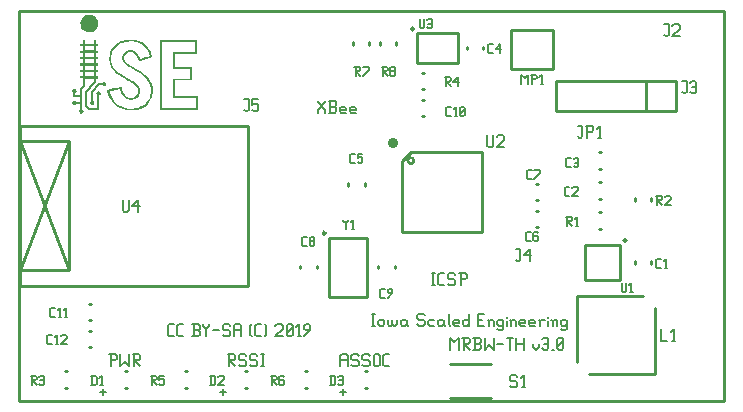
<source format=gbr>
G04 start of page 9 for group -4079 idx -4079 *
G04 Title: (unknown), topsilk *
G04 Creator: pcb 20140316 *
G04 CreationDate: Sun 30 Dec 2018 07:46:55 PM GMT UTC *
G04 For: railfan *
G04 Format: Gerber/RS-274X *
G04 PCB-Dimensions (mil): 2360.00 1310.00 *
G04 PCB-Coordinate-Origin: lower left *
%MOIN*%
%FSLAX25Y25*%
%LNTOPSILK*%
%ADD88C,0.0060*%
%ADD87C,0.0100*%
%ADD86C,0.0350*%
%ADD85C,0.0001*%
G54D85*G36*
X21043Y96209D02*X20647Y96480D01*
X20511Y96925D01*
X20565Y97240D01*
X20761Y97490D01*
X20891Y97604D01*
Y99486D01*
X20218D01*
X19741Y99481D01*
X19545Y99464D01*
X19453Y99340D01*
X19100Y99117D01*
X18672D01*
X18373Y99307D01*
X18189Y99600D01*
X18162Y99931D01*
X18270Y100224D01*
X18487Y100446D01*
X18802Y100566D01*
X19182Y100512D01*
X19491Y100273D01*
X19556Y100175D01*
X20224D01*
X20891Y100170D01*
Y101667D01*
X18558D01*
Y102400D01*
X18553Y103127D01*
X18455Y103197D01*
X18287Y103376D01*
X18178Y103593D01*
X18189Y104027D01*
X18373Y104315D01*
X18661Y104494D01*
X18997Y104526D01*
X19290Y104423D01*
X19513Y104201D01*
X19632Y103881D01*
X19578Y103506D01*
X19339Y103197D01*
X19242Y103127D01*
Y102351D01*
X20891D01*
Y104656D01*
X21357Y105248D01*
X21829Y105839D01*
Y107906D01*
X20918D01*
Y108693D01*
X25302D01*
Y110066D01*
X22486D01*
Y108693D01*
X21829D01*
Y110066D01*
X20918D01*
Y110825D01*
X21819D01*
Y112192D01*
X22502Y112219D01*
X22497Y111557D01*
X22491Y111086D01*
X22502Y110868D01*
X22567Y110858D01*
X22790Y110847D01*
X23224Y110841D01*
X23907Y110836D01*
X25302D01*
Y112219D01*
X22502D01*
X21819Y112192D01*
X20918D01*
Y112952D01*
X21829D01*
X22486Y112979D01*
X25302D01*
Y114352D01*
X22486D01*
Y112979D01*
X21829Y112952D01*
Y114324D01*
X20918D01*
Y115084D01*
X21819D01*
X21829Y116462D01*
X22486Y116505D01*
Y115827D01*
X22491Y115344D01*
X22508Y115127D01*
X22920Y115117D01*
X23907Y115111D01*
X25291D01*
X25296Y115800D01*
Y115816D01*
X25307Y116505D01*
X22486D01*
X21829Y116462D01*
X20918D01*
Y117222D01*
X21819D01*
Y118594D01*
X22502Y118648D01*
X22497Y117992D01*
X22491Y117515D01*
X22502Y117297D01*
X22567Y117287D01*
X22790Y117276D01*
X23224Y117270D01*
X23907Y117265D01*
X25307D01*
X25296Y117959D01*
X25291Y118648D01*
X22502D01*
X21819Y118594D01*
X20918D01*
Y119354D01*
X21829D01*
Y120596D01*
X22486D01*
Y119354D01*
X25302D01*
Y120596D01*
X25991D01*
Y119354D01*
X26902D01*
Y118594D01*
X25991D01*
Y117194D01*
X26902D01*
Y116435D01*
X25991D01*
Y115041D01*
X26902D01*
Y114281D01*
X25991D01*
Y112908D01*
X26902D01*
Y112149D01*
X25991D01*
Y110755D01*
X26902D01*
Y109995D01*
X25991D01*
Y108622D01*
X26902D01*
Y107836D01*
X25991D01*
X25985Y107250D01*
Y106658D01*
X24569Y104868D01*
X23148Y103083D01*
Y99074D01*
X24124Y98097D01*
X26544D01*
Y100219D01*
X26539Y101043D01*
Y101716D01*
X26533Y102172D01*
X26528Y102334D01*
X26403Y102427D01*
X26159Y102893D01*
X26294Y103409D01*
X26870Y103718D01*
X27472Y103447D01*
X27629Y102882D01*
X27331Y102372D01*
X27233Y102302D01*
Y97414D01*
X23842D01*
X22486Y98770D01*
Y103344D01*
X23896Y105123D01*
X25302Y106903D01*
Y107841D01*
X22486D01*
Y105503D01*
X21574Y104353D01*
Y97522D01*
X21640Y97490D01*
X21819Y97321D01*
X21949Y97088D01*
X21916Y96573D01*
X21569Y96193D01*
X21303Y96133D01*
X21043Y96144D01*
Y96209D01*
G37*
G36*
X36885Y97229D02*X35067Y97571D01*
X33483Y98293D01*
X32376Y99171D01*
X31432Y100278D01*
X30570Y101841D01*
X29924Y103696D01*
X29826Y104065D01*
X32246Y104581D01*
X33179Y104781D01*
X33955Y104944D01*
X34481Y105047D01*
X34682Y105080D01*
X34736Y104868D01*
X34785Y104618D01*
X34867Y104282D01*
X35230Y103257D01*
X35745Y102432D01*
X36391Y101824D01*
X37162Y101461D01*
X37400Y101418D01*
X37796Y101401D01*
X38187Y101418D01*
X38442Y101461D01*
X39462Y102047D01*
X40021Y103083D01*
X40075Y103712D01*
X40021Y104309D01*
X40623Y104483D01*
X40661Y103067D01*
X40303Y102117D01*
X39673Y101385D01*
X38816Y100924D01*
X37780Y100756D01*
X36451Y101059D01*
X35382Y101884D01*
X34590Y103127D01*
X34389Y103653D01*
X34243Y104157D01*
X34194Y104326D01*
X34145Y104342D01*
X33993Y104315D01*
X33635Y104239D01*
X33109Y104125D01*
X32479Y103989D01*
X31329Y103745D01*
X30792Y103626D01*
X30629Y103577D01*
Y103544D01*
X30678Y103360D01*
X30803Y102991D01*
X30949Y102584D01*
X31074Y102258D01*
X32072Y100479D01*
X33358Y99150D01*
X34932Y98282D01*
X36803Y97864D01*
X37199Y97853D01*
X37747D01*
X38295Y97869D01*
X38718Y97902D01*
X40048Y98157D01*
X41209Y98591D01*
X42109Y99123D01*
X42863Y99779D01*
X43466Y100560D01*
X43932Y101466D01*
X44160Y102161D01*
X44317Y102947D01*
X44366Y103902D01*
X44317Y104836D01*
X44090Y105823D01*
X43732Y106713D01*
X43211Y107532D01*
X42527Y108313D01*
X41827Y108959D01*
X41019Y109556D01*
X39945Y110217D01*
X38453Y111047D01*
X37308Y111682D01*
X36516Y112160D01*
X35963Y112561D01*
X35534Y112963D01*
X34986Y113749D01*
X34818Y114617D01*
X34964Y115659D01*
X35398Y116473D01*
X36103Y117037D01*
X37058Y117319D01*
X37639Y117336D01*
X38214Y117270D01*
X38984Y116977D01*
X39652Y116451D01*
X40227Y115686D01*
X40721Y114666D01*
X40807Y114466D01*
X40867Y114422D01*
X41030Y114471D01*
X41409Y114574D01*
X41919Y114726D01*
X42505Y114894D01*
X43081Y115062D01*
X43580Y115214D01*
X43938Y115317D01*
X44079Y115361D01*
X44052Y115485D01*
X43965Y115762D01*
X43840Y116104D01*
X43721Y116419D01*
X43043Y117634D01*
X42153Y118638D01*
X41079Y119413D01*
X39825Y119940D01*
X38068Y120243D01*
X36147Y120157D01*
X34400Y119696D01*
X33000Y118860D01*
X32300Y118133D01*
X31758Y117249D01*
X31389Y116223D01*
X31188Y115073D01*
X31161Y114297D01*
X31199Y113587D01*
X31438Y112605D01*
X31877Y111699D01*
X32517Y110858D01*
X33380Y110066D01*
X33922Y109659D01*
X34552Y109246D01*
X35355Y108769D01*
X36440Y108161D01*
X37167Y107760D01*
X37709Y107451D01*
X38133Y107196D01*
X38507Y106957D01*
X39939Y105747D01*
X40623Y104483D01*
X40021Y104309D01*
X39424Y105378D01*
X38165Y106425D01*
X37802Y106658D01*
X37395Y106903D01*
X36879Y107196D01*
X36185Y107575D01*
X34807Y108351D01*
X33792Y108980D01*
X33017Y109545D01*
X32360Y110125D01*
X31611Y110966D01*
X31074Y111850D01*
X30656Y113033D01*
X30526Y114346D01*
X30618Y115632D01*
X30911Y116831D01*
X31671Y118355D01*
X32832Y119538D01*
X34362Y120363D01*
X36234Y120802D01*
X37693Y120884D01*
X39077Y120759D01*
X40352Y120433D01*
X41491Y119907D01*
X42630Y119061D01*
X43569Y117976D01*
X44296Y116674D01*
X44789Y115171D01*
X44849Y114916D01*
X42647Y114276D01*
X41784Y114032D01*
X41079Y113831D01*
X40601Y113701D01*
X40422Y113657D01*
X40346Y113858D01*
X40118Y114460D01*
X39858Y115035D01*
X39098Y116104D01*
X38149Y116636D01*
X37514Y116701D01*
X36863Y116652D01*
X36006Y116180D01*
X35669Y115719D01*
X35485Y115122D01*
X35447Y114639D01*
X35485Y114227D01*
X35832Y113576D01*
X36559Y112908D01*
X36912Y112664D01*
X37351Y112388D01*
X37926Y112062D01*
X38697Y111639D01*
X39565Y111167D01*
X40248Y110782D01*
X40807Y110451D01*
X41285Y110142D01*
X42511Y109214D01*
X43477Y108226D01*
X44204Y107174D01*
X44692Y106034D01*
X44968Y104662D01*
X44974Y103230D01*
X44719Y101830D01*
X44209Y100566D01*
X43412Y99448D01*
X42370Y98537D01*
X41100Y97859D01*
X39635Y97414D01*
X38257Y97240D01*
X36885Y97235D01*
Y97229D01*
G37*
G36*
X47470Y109035D02*X48110Y109040D01*
X48104Y98141D01*
X59530D01*
Y101298D01*
X51756D01*
Y107819D01*
X57441D01*
Y110988D01*
X51756D01*
Y116771D01*
X59216D01*
Y119940D01*
X48121D01*
X48110Y109040D01*
X47470Y109035D01*
Y120564D01*
X59850D01*
Y116153D01*
X52390D01*
Y111633D01*
X58071D01*
Y107223D01*
X52407D01*
X52396Y104591D01*
X52390Y101960D01*
X60154D01*
Y97522D01*
X47470D01*
Y109035D01*
G37*
G36*
X24607Y99123D02*X24325Y99312D01*
X24146Y99600D01*
X24141Y100034D01*
X24368Y100387D01*
X24499Y100479D01*
X24510Y100940D01*
X24515Y102052D01*
Y103626D01*
X25611Y105004D01*
X26701Y106387D01*
X28031D01*
X28117Y106507D01*
X28345Y106702D01*
X28497Y106767D01*
X28703Y106778D01*
X28904Y106772D01*
X29056Y106702D01*
X29278Y106512D01*
X29414Y106268D01*
X29430Y105986D01*
X29365Y105714D01*
X29089Y105427D01*
X28703Y105313D01*
X28145Y105562D01*
X28020Y105698D01*
X27032D01*
X26115Y104543D01*
X25204Y103387D01*
Y100490D01*
X25307Y100419D01*
X25567Y100023D01*
X25535Y99524D01*
X25150Y99150D01*
X24607Y99117D01*
Y99123D01*
G37*
G36*
X23441Y123282D02*X22556Y123569D01*
X21791Y124128D01*
X21243Y124860D01*
X20956Y125723D01*
X20918Y126363D01*
X20999Y126982D01*
X21309Y127747D01*
X21829Y128398D01*
X22676Y128973D01*
X23647Y129216D01*
X24656Y129129D01*
X25600Y128702D01*
X26153Y128197D01*
X26577Y127579D01*
X26810Y126895D01*
X26880Y126168D01*
X26772Y125441D01*
X26506Y124768D01*
X26099Y124220D01*
X25584Y123775D01*
X24982Y123455D01*
X24331Y123282D01*
X23880Y123260D01*
X23441Y123282D01*
G37*
G54D86*X125000Y86500D03*
G54D87*X500Y130500D02*X235500D01*
Y500D01*
X500D01*
Y130500D01*
G54D88*X107500Y15500D02*Y12000D01*
Y15500D02*X108000Y16000D01*
X109500D01*
X110000Y15500D01*
Y12000D01*
X107500Y14000D02*X110000D01*
X113200Y16000D02*X113700Y15500D01*
X111700Y16000D02*X113200D01*
X111200Y15500D02*X111700Y16000D01*
X111200Y15500D02*Y14500D01*
X111700Y14000D01*
X113200D01*
X113700Y13500D01*
Y12500D01*
X113200Y12000D02*X113700Y12500D01*
X111700Y12000D02*X113200D01*
X111200Y12500D02*X111700Y12000D01*
X116900Y16000D02*X117400Y15500D01*
X115400Y16000D02*X116900D01*
X114900Y15500D02*X115400Y16000D01*
X114900Y15500D02*Y14500D01*
X115400Y14000D01*
X116900D01*
X117400Y13500D01*
Y12500D01*
X116900Y12000D02*X117400Y12500D01*
X115400Y12000D02*X116900D01*
X114900Y12500D02*X115400Y12000D01*
X118600Y15500D02*Y12500D01*
Y15500D02*X119100Y16000D01*
X120100D01*
X120600Y15500D01*
Y12500D01*
X120100Y12000D02*X120600Y12500D01*
X119100Y12000D02*X120100D01*
X118600Y12500D02*X119100Y12000D01*
X122300D02*X123800D01*
X121800Y12500D02*X122300Y12000D01*
X121800Y15500D02*Y12500D01*
Y15500D02*X122300Y16000D01*
X123800D01*
X118000Y29500D02*X119000D01*
X118500D02*Y25500D01*
X118000D02*X119000D01*
X120200Y27000D02*Y26000D01*
Y27000D02*X120700Y27500D01*
X121700D01*
X122200Y27000D01*
Y26000D01*
X121700Y25500D02*X122200Y26000D01*
X120700Y25500D02*X121700D01*
X120200Y26000D02*X120700Y25500D01*
X123400Y27500D02*Y26000D01*
X123900Y25500D01*
X124400D01*
X124900Y26000D01*
Y27500D02*Y26000D01*
X125400Y25500D01*
X125900D01*
X126400Y26000D01*
Y27500D02*Y26000D01*
X129100Y27500D02*X129600Y27000D01*
X128100Y27500D02*X129100D01*
X127600Y27000D02*X128100Y27500D01*
X127600Y27000D02*Y26000D01*
X128100Y25500D01*
X129600Y27500D02*Y26000D01*
X130100Y25500D01*
X128100D02*X129100D01*
X129600Y26000D01*
X135100Y29500D02*X135600Y29000D01*
X133600Y29500D02*X135100D01*
X133100Y29000D02*X133600Y29500D01*
X133100Y29000D02*Y28000D01*
X133600Y27500D01*
X135100D01*
X135600Y27000D01*
Y26000D01*
X135100Y25500D02*X135600Y26000D01*
X133600Y25500D02*X135100D01*
X133100Y26000D02*X133600Y25500D01*
X137300Y27500D02*X138800D01*
X136800Y27000D02*X137300Y27500D01*
X136800Y27000D02*Y26000D01*
X137300Y25500D01*
X138800D01*
X141500Y27500D02*X142000Y27000D01*
X140500Y27500D02*X141500D01*
X140000Y27000D02*X140500Y27500D01*
X140000Y27000D02*Y26000D01*
X140500Y25500D01*
X142000Y27500D02*Y26000D01*
X142500Y25500D01*
X140500D02*X141500D01*
X142000Y26000D01*
X143700Y29500D02*Y26000D01*
X144200Y25500D01*
X145700D02*X147200D01*
X145200Y26000D02*X145700Y25500D01*
X145200Y27000D02*Y26000D01*
Y27000D02*X145700Y27500D01*
X146700D01*
X147200Y27000D01*
X145200Y26500D02*X147200D01*
Y27000D02*Y26500D01*
X150400Y29500D02*Y25500D01*
X149900D02*X150400Y26000D01*
X148900Y25500D02*X149900D01*
X148400Y26000D02*X148900Y25500D01*
X148400Y27000D02*Y26000D01*
Y27000D02*X148900Y27500D01*
X149900D01*
X150400Y27000D01*
X153400Y27500D02*X154900D01*
X153400Y25500D02*X155400D01*
X153400Y29500D02*Y25500D01*
Y29500D02*X155400D01*
X157100Y27000D02*Y25500D01*
Y27000D02*X157600Y27500D01*
X158100D01*
X158600Y27000D01*
Y25500D01*
X156600Y27500D02*X157100Y27000D01*
X161300Y27500D02*X161800Y27000D01*
X160300Y27500D02*X161300D01*
X159800Y27000D02*X160300Y27500D01*
X159800Y27000D02*Y26000D01*
X160300Y25500D01*
X161300D01*
X161800Y26000D01*
X159800Y24500D02*X160300Y24000D01*
X161300D01*
X161800Y24500D01*
Y27500D02*Y24500D01*
X163000Y28500D02*Y28000D01*
Y27000D02*Y25500D01*
X164500Y27000D02*Y25500D01*
Y27000D02*X165000Y27500D01*
X165500D01*
X166000Y27000D01*
Y25500D01*
X164000Y27500D02*X164500Y27000D01*
X167700Y25500D02*X169200D01*
X167200Y26000D02*X167700Y25500D01*
X167200Y27000D02*Y26000D01*
Y27000D02*X167700Y27500D01*
X168700D01*
X169200Y27000D01*
X167200Y26500D02*X169200D01*
Y27000D02*Y26500D01*
X170900Y25500D02*X172400D01*
X170400Y26000D02*X170900Y25500D01*
X170400Y27000D02*Y26000D01*
Y27000D02*X170900Y27500D01*
X171900D01*
X172400Y27000D01*
X170400Y26500D02*X172400D01*
Y27000D02*Y26500D01*
X174100Y27000D02*Y25500D01*
Y27000D02*X174600Y27500D01*
X175600D01*
X173600D02*X174100Y27000D01*
X176800Y28500D02*Y28000D01*
Y27000D02*Y25500D01*
X178300Y27000D02*Y25500D01*
Y27000D02*X178800Y27500D01*
X179300D01*
X179800Y27000D01*
Y25500D01*
X177800Y27500D02*X178300Y27000D01*
X182500Y27500D02*X183000Y27000D01*
X181500Y27500D02*X182500D01*
X181000Y27000D02*X181500Y27500D01*
X181000Y27000D02*Y26000D01*
X181500Y25500D01*
X182500D01*
X183000Y26000D01*
X181000Y24500D02*X181500Y24000D01*
X182500D01*
X183000Y24500D01*
Y27500D02*Y24500D01*
X144000Y21500D02*Y17500D01*
Y21500D02*X145500Y20000D01*
X147000Y21500D01*
Y17500D01*
X148200Y21500D02*X150200D01*
X150700Y21000D01*
Y20000D01*
X150200Y19500D02*X150700Y20000D01*
X148700Y19500D02*X150200D01*
X148700Y21500D02*Y17500D01*
Y19500D02*X150700Y17500D01*
X151900D02*X153900D01*
X154400Y18000D01*
Y19000D02*Y18000D01*
X153900Y19500D02*X154400Y19000D01*
X152400Y19500D02*X153900D01*
X152400Y21500D02*Y17500D01*
X151900Y21500D02*X153900D01*
X154400Y21000D01*
Y20000D01*
X153900Y19500D02*X154400Y20000D01*
X155600Y21500D02*Y17500D01*
X157100Y19000D01*
X158600Y17500D01*
Y21500D02*Y17500D01*
X159800Y19500D02*X161800D01*
X163000Y21500D02*X165000D01*
X164000D02*Y17500D01*
X166200Y21500D02*Y17500D01*
X168700Y21500D02*Y17500D01*
X166200Y19500D02*X168700D01*
X171700D02*Y18500D01*
X172700Y17500D01*
X173700Y18500D01*
Y19500D02*Y18500D01*
X174900Y21000D02*X175400Y21500D01*
X176400D01*
X176900Y21000D01*
Y18000D01*
X176400Y17500D02*X176900Y18000D01*
X175400Y17500D02*X176400D01*
X174900Y18000D02*X175400Y17500D01*
Y19500D02*X176900D01*
X178100Y17500D02*X178600D01*
X179800Y18000D02*X180300Y17500D01*
X179800Y21000D02*Y18000D01*
Y21000D02*X180300Y21500D01*
X181300D01*
X181800Y21000D01*
Y18000D01*
X181300Y17500D02*X181800Y18000D01*
X180300Y17500D02*X181300D01*
X179800Y18500D02*X181800Y20500D01*
X31000Y16000D02*Y12000D01*
X30500Y16000D02*X32500D01*
X33000Y15500D01*
Y14500D01*
X32500Y14000D02*X33000Y14500D01*
X31000Y14000D02*X32500D01*
X34200Y16000D02*Y12000D01*
X35700Y13500D01*
X37200Y12000D01*
Y16000D02*Y12000D01*
X38400Y16000D02*X40400D01*
X40900Y15500D01*
Y14500D01*
X40400Y14000D02*X40900Y14500D01*
X38900Y14000D02*X40400D01*
X38900Y16000D02*Y12000D01*
Y14000D02*X40900Y12000D01*
X70000Y16000D02*X72000D01*
X72500Y15500D01*
Y14500D01*
X72000Y14000D02*X72500Y14500D01*
X70500Y14000D02*X72000D01*
X70500Y16000D02*Y12000D01*
Y14000D02*X72500Y12000D01*
X75700Y16000D02*X76200Y15500D01*
X74200Y16000D02*X75700D01*
X73700Y15500D02*X74200Y16000D01*
X73700Y15500D02*Y14500D01*
X74200Y14000D01*
X75700D01*
X76200Y13500D01*
Y12500D01*
X75700Y12000D02*X76200Y12500D01*
X74200Y12000D02*X75700D01*
X73700Y12500D02*X74200Y12000D01*
X79400Y16000D02*X79900Y15500D01*
X77900Y16000D02*X79400D01*
X77400Y15500D02*X77900Y16000D01*
X77400Y15500D02*Y14500D01*
X77900Y14000D01*
X79400D01*
X79900Y13500D01*
Y12500D01*
X79400Y12000D02*X79900Y12500D01*
X77900Y12000D02*X79400D01*
X77400Y12500D02*X77900Y12000D01*
X81100Y16000D02*X82100D01*
X81600D02*Y12000D01*
X81100D02*X82100D01*
X50500Y22000D02*X52000D01*
X50000Y22500D02*X50500Y22000D01*
X50000Y25500D02*Y22500D01*
Y25500D02*X50500Y26000D01*
X52000D01*
X53700Y22000D02*X55200D01*
X53200Y22500D02*X53700Y22000D01*
X53200Y25500D02*Y22500D01*
Y25500D02*X53700Y26000D01*
X55200D01*
X58200Y22000D02*X60200D01*
X60700Y22500D01*
Y23500D02*Y22500D01*
X60200Y24000D02*X60700Y23500D01*
X58700Y24000D02*X60200D01*
X58700Y26000D02*Y22000D01*
X58200Y26000D02*X60200D01*
X60700Y25500D01*
Y24500D01*
X60200Y24000D02*X60700Y24500D01*
X61900Y26000D02*Y25500D01*
X62900Y24500D01*
X63900Y25500D01*
Y26000D02*Y25500D01*
X62900Y24500D02*Y22000D01*
X65100Y24000D02*X67100D01*
X70300Y26000D02*X70800Y25500D01*
X68800Y26000D02*X70300D01*
X68300Y25500D02*X68800Y26000D01*
X68300Y25500D02*Y24500D01*
X68800Y24000D01*
X70300D01*
X70800Y23500D01*
Y22500D01*
X70300Y22000D02*X70800Y22500D01*
X68800Y22000D02*X70300D01*
X68300Y22500D02*X68800Y22000D01*
X72000Y25500D02*Y22000D01*
Y25500D02*X72500Y26000D01*
X74000D01*
X74500Y25500D01*
Y22000D01*
X72000Y24000D02*X74500D01*
X77500Y22500D02*X78000Y22000D01*
X77500Y25500D02*X78000Y26000D01*
X77500Y25500D02*Y22500D01*
X79700Y22000D02*X81200D01*
X79200Y22500D02*X79700Y22000D01*
X79200Y25500D02*Y22500D01*
Y25500D02*X79700Y26000D01*
X81200D01*
X82400D02*X82900Y25500D01*
Y22500D01*
X82400Y22000D02*X82900Y22500D01*
X85900Y25500D02*X86400Y26000D01*
X87900D01*
X88400Y25500D01*
Y24500D01*
X85900Y22000D02*X88400Y24500D01*
X85900Y22000D02*X88400D01*
X89600Y22500D02*X90100Y22000D01*
X89600Y25500D02*Y22500D01*
Y25500D02*X90100Y26000D01*
X91100D01*
X91600Y25500D01*
Y22500D01*
X91100Y22000D02*X91600Y22500D01*
X90100Y22000D02*X91100D01*
X89600Y23000D02*X91600Y25000D01*
X93300Y22000D02*X94300D01*
X93800Y26000D02*Y22000D01*
X92800Y25000D02*X93800Y26000D01*
X95500Y22000D02*X97500Y24000D01*
Y25500D02*Y24000D01*
X97000Y26000D02*X97500Y25500D01*
X96000Y26000D02*X97000D01*
X95500Y25500D02*X96000Y26000D01*
X95500Y25500D02*Y24500D01*
X96000Y24000D01*
X97500D01*
X67500Y3500D02*X69500D01*
X68500Y4500D02*Y2500D01*
X107500Y3500D02*X109500D01*
X108500Y4500D02*Y2500D01*
X27500Y3500D02*X29500D01*
X28500Y4500D02*Y2500D01*
X100000Y100500D02*Y100000D01*
X102500Y97500D01*
Y96500D01*
X100000Y97500D02*Y96500D01*
Y97500D02*X102500Y100000D01*
Y100500D02*Y100000D01*
X103700Y96500D02*X105700D01*
X106200Y97000D01*
Y98000D02*Y97000D01*
X105700Y98500D02*X106200Y98000D01*
X104200Y98500D02*X105700D01*
X104200Y100500D02*Y96500D01*
X103700Y100500D02*X105700D01*
X106200Y100000D01*
Y99000D01*
X105700Y98500D02*X106200Y99000D01*
X107900Y96500D02*X109400D01*
X107400Y97000D02*X107900Y96500D01*
X107400Y98000D02*Y97000D01*
Y98000D02*X107900Y98500D01*
X108900D01*
X109400Y98000D01*
X107400Y97500D02*X109400D01*
Y98000D02*Y97500D01*
X111100Y96500D02*X112600D01*
X110600Y97000D02*X111100Y96500D01*
X110600Y98000D02*Y97000D01*
Y98000D02*X111100Y98500D01*
X112100D01*
X112600Y98000D01*
X110600Y97500D02*X112600D01*
Y98000D02*Y97500D01*
X138000Y43000D02*X139000D01*
X138500D02*Y39000D01*
X138000D02*X139000D01*
X140700D02*X142200D01*
X140200Y39500D02*X140700Y39000D01*
X140200Y42500D02*Y39500D01*
Y42500D02*X140700Y43000D01*
X142200D01*
X145400D02*X145900Y42500D01*
X143900Y43000D02*X145400D01*
X143400Y42500D02*X143900Y43000D01*
X143400Y42500D02*Y41500D01*
X143900Y41000D01*
X145400D01*
X145900Y40500D01*
Y39500D01*
X145400Y39000D02*X145900Y39500D01*
X143900Y39000D02*X145400D01*
X143400Y39500D02*X143900Y39000D01*
X147600Y43000D02*Y39000D01*
X147100Y43000D02*X149100D01*
X149600Y42500D01*
Y41500D01*
X149100Y41000D02*X149600Y41500D01*
X147600Y41000D02*X149100D01*
G54D87*X172607Y63755D02*X173393D01*
X172607Y58245D02*X173393D01*
X172607Y72755D02*X173393D01*
X172607Y67245D02*X173393D01*
X179500Y107000D02*X219500D01*
X179500D02*Y97000D01*
X219500D01*
Y107000D02*Y97000D01*
X209500Y107000D02*Y97000D01*
X219500D01*
X193607Y83255D02*X194393D01*
X193607Y77745D02*X194393D01*
X193607Y73255D02*X194393D01*
X193607Y67745D02*X194393D01*
X193607Y57745D02*X194393D01*
X193607Y63255D02*X194393D01*
X205745Y67893D02*Y67107D01*
X211255Y67893D02*Y67107D01*
X200906Y52406D02*Y40594D01*
X189094D02*X200906D01*
X189094Y52406D02*Y40594D01*
Y52406D02*X200906D01*
X202406Y54406D02*G75*G03X202406Y54406I0J-500D01*G01*
X205745Y46893D02*Y46107D01*
X211255Y46893D02*Y46107D01*
X212500Y31500D02*Y9500D01*
X190500D02*X212500D01*
X186500Y35500D02*Y13500D01*
Y35500D02*X208500D01*
X75607Y4745D02*X76393D01*
X75607Y10255D02*X76393D01*
X115607Y4745D02*X116393D01*
X115607Y10255D02*X116393D01*
X95607Y4745D02*X96393D01*
X95607Y10255D02*X96393D01*
X15607Y4745D02*X16393D01*
X15607Y10255D02*X16393D01*
X35607Y4745D02*X36393D01*
X35607Y10255D02*X36393D01*
X55607Y4745D02*X56393D01*
X55607Y10255D02*X56393D01*
X23607Y32755D02*X24393D01*
X23607Y27245D02*X24393D01*
X23607Y23755D02*X24393D01*
X23607Y18245D02*X24393D01*
X144110Y12709D02*X157890D01*
Y1291D02*X144110D01*
X164400Y123900D02*X178300D01*
X164400D02*Y111100D01*
X178300D01*
Y123900D02*Y111100D01*
X149745Y118393D02*Y117607D01*
X155255Y118393D02*Y117607D01*
X131021Y83379D02*X154879D01*
Y56621D01*
X128121D02*X154879D01*
X128121Y80479D02*Y56621D01*
Y80479D02*X131021Y83379D01*
X130021Y80479D02*G75*G03X130021Y80479I1000J0D01*G01*
X110245Y72893D02*Y72107D01*
X115755Y72893D02*Y72107D01*
X120245Y45393D02*Y44607D01*
X125755Y45393D02*Y44607D01*
X134607Y95245D02*X135393D01*
X134607Y100755D02*X135393D01*
X134607Y104245D02*X135393D01*
X134607Y109755D02*X135393D01*
X133110Y122921D02*X146890D01*
Y113079D01*
X133110D02*X146890D01*
X133110Y122921D02*Y113079D01*
X131110Y124421D02*G75*G03X131110Y124421I500J0D01*G01*
X103701Y54843D02*X116299D01*
Y35157D01*
X103701D01*
Y54843D01*
X101701Y56343D02*G75*G03X101701Y56343I500J0D01*G01*
X99755Y45393D02*Y44607D01*
X94245Y45393D02*Y44607D01*
X120745Y119893D02*Y119107D01*
X126255Y119893D02*Y119107D01*
X111745Y119893D02*Y119107D01*
X117255Y119893D02*Y119107D01*
X900Y92150D02*Y38850D01*
Y92150D02*X76900D01*
Y38850D01*
X900D02*X76900D01*
X17000Y87000D02*Y44000D01*
X900D02*X17000D01*
X900Y87000D02*X17000D01*
Y44000D02*X900Y87000D01*
Y44000D02*X17000Y87000D01*
G54D88*X166000Y51000D02*X167500D01*
Y47500D01*
X167000Y47000D02*X167500Y47500D01*
X166500Y47000D02*X167000D01*
X166000Y47500D02*X166500Y47000D01*
X168700Y49000D02*X170700Y51000D01*
X168700Y49000D02*X171200D01*
X170700Y51000D02*Y47000D01*
X182850Y61880D02*X184390D01*
X184775Y61495D01*
Y60725D01*
X184390Y60340D02*X184775Y60725D01*
X183235Y60340D02*X184390D01*
X183235Y61880D02*Y58800D01*
Y60340D02*X184775Y58800D01*
X186084D02*X186854D01*
X186469Y61880D02*Y58800D01*
X185699Y61110D02*X186469Y61880D01*
X201358Y39683D02*Y36988D01*
X201743Y36603D01*
X202513D01*
X202898Y36988D01*
Y39683D02*Y36988D01*
X204207Y36603D02*X204977D01*
X204592Y39683D02*Y36603D01*
X203822Y38913D02*X204592Y39683D01*
X169821Y53800D02*X170976D01*
X169436Y54185D02*X169821Y53800D01*
X169436Y56495D02*Y54185D01*
Y56495D02*X169821Y56880D01*
X170976D01*
X173055D02*X173440Y56495D01*
X172285Y56880D02*X173055D01*
X171900Y56495D02*X172285Y56880D01*
X171900Y56495D02*Y54185D01*
X172285Y53800D01*
X173055Y55340D02*X173440Y54955D01*
X171900Y55340D02*X173055D01*
X172285Y53800D02*X173055D01*
X173440Y54185D01*
Y54955D02*Y54185D01*
X221500Y107000D02*X223000D01*
Y103500D01*
X222500Y103000D02*X223000Y103500D01*
X222000Y103000D02*X222500D01*
X221500Y103500D02*X222000Y103000D01*
X224200Y106500D02*X224700Y107000D01*
X225700D01*
X226200Y106500D01*
Y103500D01*
X225700Y103000D02*X226200Y103500D01*
X224700Y103000D02*X225700D01*
X224200Y103500D02*X224700Y103000D01*
Y105000D02*X226200D01*
X167800Y109130D02*Y106050D01*
Y109130D02*X168955Y107975D01*
X170110Y109130D01*
Y106050D01*
X171419Y109130D02*Y106050D01*
X171034Y109130D02*X172574D01*
X172959Y108745D01*
Y107975D01*
X172574Y107590D02*X172959Y107975D01*
X171419Y107590D02*X172574D01*
X174268Y106050D02*X175038D01*
X174653Y109130D02*Y106050D01*
X173883Y108360D02*X174653Y109130D01*
X157235Y116300D02*X158390D01*
X156850Y116685D02*X157235Y116300D01*
X156850Y118995D02*Y116685D01*
Y118995D02*X157235Y119380D01*
X158390D01*
X159314Y117840D02*X160854Y119380D01*
X159314Y117840D02*X161239D01*
X160854Y119380D02*Y116300D01*
X215500Y126000D02*X217000D01*
Y122500D01*
X216500Y122000D02*X217000Y122500D01*
X216000Y122000D02*X216500D01*
X215500Y122500D02*X216000Y122000D01*
X218200Y125500D02*X218700Y126000D01*
X220200D01*
X220700Y125500D01*
Y124500D01*
X218200Y122000D02*X220700Y124500D01*
X218200Y122000D02*X220700D01*
X212850Y68880D02*X214390D01*
X214775Y68495D01*
Y67725D01*
X214390Y67340D02*X214775Y67725D01*
X213235Y67340D02*X214390D01*
X213235Y68880D02*Y65800D01*
Y67340D02*X214775Y65800D01*
X215699Y68495D02*X216084Y68880D01*
X217239D01*
X217624Y68495D01*
Y67725D01*
X215699Y65800D02*X217624Y67725D01*
X215699Y65800D02*X217624D01*
X213235Y44800D02*X214390D01*
X212850Y45185D02*X213235Y44800D01*
X212850Y47495D02*Y45185D01*
Y47495D02*X213235Y47880D01*
X214390D01*
X215699Y44800D02*X216469D01*
X216084Y47880D02*Y44800D01*
X215314Y47110D02*X216084Y47880D01*
X214500Y24500D02*Y20500D01*
X216500D01*
X218200D02*X219200D01*
X218700Y24500D02*Y20500D01*
X217700Y23500D02*X218700Y24500D01*
X186695Y92189D02*X188195D01*
Y88689D01*
X187695Y88189D02*X188195Y88689D01*
X187195Y88189D02*X187695D01*
X186695Y88689D02*X187195Y88189D01*
X189895Y92189D02*Y88189D01*
X189395Y92189D02*X191395D01*
X191895Y91689D01*
Y90689D01*
X191395Y90189D02*X191895Y90689D01*
X189895Y90189D02*X191395D01*
X193595Y88189D02*X194595D01*
X194095Y92189D02*Y88189D01*
X193095Y91189D02*X194095Y92189D01*
X183235Y78300D02*X184390D01*
X182850Y78685D02*X183235Y78300D01*
X182850Y80995D02*Y78685D01*
Y80995D02*X183235Y81380D01*
X184390D01*
X185314Y80995D02*X185699Y81380D01*
X186469D01*
X186854Y80995D01*
Y78685D01*
X186469Y78300D02*X186854Y78685D01*
X185699Y78300D02*X186469D01*
X185314Y78685D02*X185699Y78300D01*
Y79840D02*X186854D01*
X182735Y68800D02*X183890D01*
X182350Y69185D02*X182735Y68800D01*
X182350Y71495D02*Y69185D01*
Y71495D02*X182735Y71880D01*
X183890D01*
X184814Y71495D02*X185199Y71880D01*
X186354D01*
X186739Y71495D01*
Y70725D01*
X184814Y68800D02*X186739Y70725D01*
X184814Y68800D02*X186739D01*
X170149Y74300D02*X171304D01*
X169764Y74685D02*X170149Y74300D01*
X169764Y76995D02*Y74685D01*
Y76995D02*X170149Y77380D01*
X171304D01*
X172228Y74300D02*X174153Y76225D01*
Y77380D02*Y76225D01*
X172228Y77380D02*X174153D01*
X166000Y9000D02*X166500Y8500D01*
X164500Y9000D02*X166000D01*
X164000Y8500D02*X164500Y9000D01*
X164000Y8500D02*Y7500D01*
X164500Y7000D01*
X166000D01*
X166500Y6500D01*
Y5500D01*
X166000Y5000D02*X166500Y5500D01*
X164500Y5000D02*X166000D01*
X164000Y5500D02*X164500Y5000D01*
X168200D02*X169200D01*
X168700Y9000D02*Y5000D01*
X167700Y8000D02*X168700Y9000D01*
X64321Y8880D02*Y5800D01*
X65476Y8880D02*X65861Y8495D01*
Y6185D01*
X65476Y5800D02*X65861Y6185D01*
X63936Y5800D02*X65476D01*
X63936Y8880D02*X65476D01*
X66785Y8495D02*X67170Y8880D01*
X68325D01*
X68710Y8495D01*
Y7725D01*
X66785Y5800D02*X68710Y7725D01*
X66785Y5800D02*X68710D01*
X104321Y8880D02*Y5800D01*
X105476Y8880D02*X105861Y8495D01*
Y6185D01*
X105476Y5800D02*X105861Y6185D01*
X103936Y5800D02*X105476D01*
X103936Y8880D02*X105476D01*
X106785Y8495D02*X107170Y8880D01*
X107940D01*
X108325Y8495D01*
Y6185D01*
X107940Y5800D02*X108325Y6185D01*
X107170Y5800D02*X107940D01*
X106785Y6185D02*X107170Y5800D01*
Y7340D02*X108325D01*
X84350Y8880D02*X85890D01*
X86275Y8495D01*
Y7725D01*
X85890Y7340D02*X86275Y7725D01*
X84735Y7340D02*X85890D01*
X84735Y8880D02*Y5800D01*
Y7340D02*X86275Y5800D01*
X88354Y8880D02*X88739Y8495D01*
X87584Y8880D02*X88354D01*
X87199Y8495D02*X87584Y8880D01*
X87199Y8495D02*Y6185D01*
X87584Y5800D01*
X88354Y7340D02*X88739Y6955D01*
X87199Y7340D02*X88354D01*
X87584Y5800D02*X88354D01*
X88739Y6185D01*
Y6955D02*Y6185D01*
X4350Y8880D02*X5890D01*
X6275Y8495D01*
Y7725D01*
X5890Y7340D02*X6275Y7725D01*
X4735Y7340D02*X5890D01*
X4735Y8880D02*Y5800D01*
Y7340D02*X6275Y5800D01*
X7199Y8495D02*X7584Y8880D01*
X8354D01*
X8739Y8495D01*
Y6185D01*
X8354Y5800D02*X8739Y6185D01*
X7584Y5800D02*X8354D01*
X7199Y6185D02*X7584Y5800D01*
Y7340D02*X8739D01*
X24735Y8880D02*Y5800D01*
X25890Y8880D02*X26275Y8495D01*
Y6185D01*
X25890Y5800D02*X26275Y6185D01*
X24350Y5800D02*X25890D01*
X24350Y8880D02*X25890D01*
X27584Y5800D02*X28354D01*
X27969Y8880D02*Y5800D01*
X27199Y8110D02*X27969Y8880D01*
X44350D02*X45890D01*
X46275Y8495D01*
Y7725D01*
X45890Y7340D02*X46275Y7725D01*
X44735Y7340D02*X45890D01*
X44735Y8880D02*Y5800D01*
Y7340D02*X46275Y5800D01*
X47199Y8880D02*X48739D01*
X47199D02*Y7340D01*
X47584Y7725D01*
X48354D01*
X48739Y7340D01*
Y6185D01*
X48354Y5800D02*X48739Y6185D01*
X47584Y5800D02*X48354D01*
X47199Y6185D02*X47584Y5800D01*
X11235Y28300D02*X12390D01*
X10850Y28685D02*X11235Y28300D01*
X10850Y30995D02*Y28685D01*
Y30995D02*X11235Y31380D01*
X12390D01*
X13699Y28300D02*X14469D01*
X14084Y31380D02*Y28300D01*
X13314Y30610D02*X14084Y31380D01*
X15778Y28300D02*X16548D01*
X16163Y31380D02*Y28300D01*
X15393Y30610D02*X16163Y31380D01*
X10192Y19300D02*X11347D01*
X9807Y19685D02*X10192Y19300D01*
X9807Y21995D02*Y19685D01*
Y21995D02*X10192Y22380D01*
X11347D01*
X12656Y19300D02*X13426D01*
X13041Y22380D02*Y19300D01*
X12271Y21610D02*X13041Y22380D01*
X14350Y21995D02*X14735Y22380D01*
X15890D01*
X16275Y21995D01*
Y21225D01*
X14350Y19300D02*X16275Y21225D01*
X14350Y19300D02*X16275D01*
X35000Y67500D02*Y64000D01*
X35500Y63500D01*
X36500D01*
X37000Y64000D01*
Y67500D02*Y64000D01*
X38200Y65500D02*X40200Y67500D01*
X38200Y65500D02*X40700D01*
X40200Y67500D02*Y63500D01*
X156500Y89000D02*Y85500D01*
X157000Y85000D01*
X158000D01*
X158500Y85500D01*
Y89000D02*Y85500D01*
X159700Y88500D02*X160200Y89000D01*
X161700D01*
X162200Y88500D01*
Y87500D01*
X159700Y85000D02*X162200Y87500D01*
X159700Y85000D02*X162200D01*
X111235Y79800D02*X112390D01*
X110850Y80185D02*X111235Y79800D01*
X110850Y82495D02*Y80185D01*
Y82495D02*X111235Y82880D01*
X112390D01*
X113314D02*X114854D01*
X113314D02*Y81340D01*
X113699Y81725D01*
X114469D01*
X114854Y81340D01*
Y80185D01*
X114469Y79800D02*X114854Y80185D01*
X113699Y79800D02*X114469D01*
X113314Y80185D02*X113699Y79800D01*
X143235Y95300D02*X144390D01*
X142850Y95685D02*X143235Y95300D01*
X142850Y97995D02*Y95685D01*
Y97995D02*X143235Y98380D01*
X144390D01*
X145699Y95300D02*X146469D01*
X146084Y98380D02*Y95300D01*
X145314Y97610D02*X146084Y98380D01*
X147393Y95685D02*X147778Y95300D01*
X147393Y97995D02*Y95685D01*
Y97995D02*X147778Y98380D01*
X148548D01*
X148933Y97995D01*
Y95685D01*
X148548Y95300D02*X148933Y95685D01*
X147778Y95300D02*X148548D01*
X147393Y96070D02*X148933Y97610D01*
X142350Y108380D02*X143890D01*
X144275Y107995D01*
Y107225D01*
X143890Y106840D02*X144275Y107225D01*
X142735Y106840D02*X143890D01*
X142735Y108380D02*Y105300D01*
Y106840D02*X144275Y105300D01*
X145199Y106840D02*X146739Y108380D01*
X145199Y106840D02*X147124D01*
X146739Y108380D02*Y105300D01*
X134000Y127730D02*Y125035D01*
X134385Y124650D01*
X135155D01*
X135540Y125035D01*
Y127730D02*Y125035D01*
X136464Y127345D02*X136849Y127730D01*
X137619D01*
X138004Y127345D01*
Y125035D01*
X137619Y124650D02*X138004Y125035D01*
X136849Y124650D02*X137619D01*
X136464Y125035D02*X136849Y124650D01*
Y126190D02*X138004D01*
X121235Y34800D02*X122390D01*
X120850Y35185D02*X121235Y34800D01*
X120850Y37495D02*Y35185D01*
Y37495D02*X121235Y37880D01*
X122390D01*
X123314Y34800D02*X124854Y36340D01*
Y37495D02*Y36340D01*
X124469Y37880D02*X124854Y37495D01*
X123699Y37880D02*X124469D01*
X123314Y37495D02*X123699Y37880D01*
X123314Y37495D02*Y36725D01*
X123699Y36340D01*
X124854D01*
X108500Y60730D02*Y60345D01*
X109270Y59575D01*
X110040Y60345D01*
Y60730D02*Y60345D01*
X109270Y59575D02*Y57650D01*
X111349D02*X112119D01*
X111734Y60730D02*Y57650D01*
X110964Y59960D02*X111734Y60730D01*
X95250Y52083D02*X96405D01*
X94865Y52468D02*X95250Y52083D01*
X94865Y54778D02*Y52468D01*
Y54778D02*X95250Y55163D01*
X96405D01*
X97329Y52468D02*X97714Y52083D01*
X97329Y53238D02*Y52468D01*
Y53238D02*X97714Y53623D01*
X98484D01*
X98869Y53238D01*
Y52468D01*
X98484Y52083D02*X98869Y52468D01*
X97714Y52083D02*X98484D01*
X97329Y54008D02*X97714Y53623D01*
X97329Y54778D02*Y54008D01*
Y54778D02*X97714Y55163D01*
X98484D01*
X98869Y54778D01*
Y54008D01*
X98484Y53623D02*X98869Y54008D01*
X121350Y111837D02*X122890D01*
X123275Y111452D01*
Y110682D01*
X122890Y110297D02*X123275Y110682D01*
X121735Y110297D02*X122890D01*
X121735Y111837D02*Y108757D01*
Y110297D02*X123275Y108757D01*
X124199Y109142D02*X124584Y108757D01*
X124199Y109912D02*Y109142D01*
Y109912D02*X124584Y110297D01*
X125354D01*
X125739Y109912D01*
Y109142D01*
X125354Y108757D02*X125739Y109142D01*
X124584Y108757D02*X125354D01*
X124199Y110682D02*X124584Y110297D01*
X124199Y111452D02*Y110682D01*
Y111452D02*X124584Y111837D01*
X125354D01*
X125739Y111452D01*
Y110682D01*
X125354Y110297D02*X125739Y110682D01*
X112221Y111880D02*X113761D01*
X114146Y111495D01*
Y110725D01*
X113761Y110340D02*X114146Y110725D01*
X112606Y110340D02*X113761D01*
X112606Y111880D02*Y108800D01*
Y110340D02*X114146Y108800D01*
X115070D02*X116995Y110725D01*
Y111880D02*Y110725D01*
X115070Y111880D02*X116995D01*
X75500Y101000D02*X77000D01*
Y97500D01*
X76500Y97000D02*X77000Y97500D01*
X76000Y97000D02*X76500D01*
X75500Y97500D02*X76000Y97000D01*
X78200Y101000D02*X80200D01*
X78200D02*Y99000D01*
X78700Y99500D01*
X79700D01*
X80200Y99000D01*
Y97500D01*
X79700Y97000D02*X80200Y97500D01*
X78700Y97000D02*X79700D01*
X78200Y97500D02*X78700Y97000D01*
M02*

</source>
